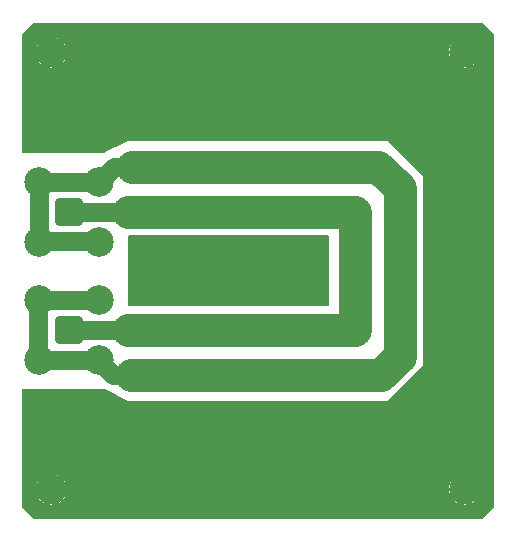
<source format=gbl>
G04 #@! TF.GenerationSoftware,KiCad,Pcbnew,7.0.7*
G04 #@! TF.CreationDate,2023-11-07T16:40:15+01:00*
G04 #@! TF.ProjectId,semkicker01,73656d6b-6963-46b6-9572-30312e6b6963,rev?*
G04 #@! TF.SameCoordinates,Original*
G04 #@! TF.FileFunction,Copper,L2,Bot*
G04 #@! TF.FilePolarity,Positive*
%FSLAX46Y46*%
G04 Gerber Fmt 4.6, Leading zero omitted, Abs format (unit mm)*
G04 Created by KiCad (PCBNEW 7.0.7) date 2023-11-07 16:40:15*
%MOMM*%
%LPD*%
G01*
G04 APERTURE LIST*
G04 Aperture macros list*
%AMRoundRect*
0 Rectangle with rounded corners*
0 $1 Rounding radius*
0 $2 $3 $4 $5 $6 $7 $8 $9 X,Y pos of 4 corners*
0 Add a 4 corners polygon primitive as box body*
4,1,4,$2,$3,$4,$5,$6,$7,$8,$9,$2,$3,0*
0 Add four circle primitives for the rounded corners*
1,1,$1+$1,$2,$3*
1,1,$1+$1,$4,$5*
1,1,$1+$1,$6,$7*
1,1,$1+$1,$8,$9*
0 Add four rect primitives between the rounded corners*
20,1,$1+$1,$2,$3,$4,$5,0*
20,1,$1+$1,$4,$5,$6,$7,0*
20,1,$1+$1,$6,$7,$8,$9,0*
20,1,$1+$1,$8,$9,$2,$3,0*%
G04 Aperture macros list end*
G04 #@! TA.AperFunction,ComponentPad*
%ADD10RoundRect,0.200100X0.949900X-0.949900X0.949900X0.949900X-0.949900X0.949900X-0.949900X-0.949900X0*%
G04 #@! TD*
G04 #@! TA.AperFunction,ComponentPad*
%ADD11C,2.500000*%
G04 #@! TD*
G04 #@! TA.AperFunction,ViaPad*
%ADD12C,0.800000*%
G04 #@! TD*
G04 #@! TA.AperFunction,Conductor*
%ADD13C,1.600000*%
G04 #@! TD*
G04 #@! TA.AperFunction,Conductor*
%ADD14C,2.800000*%
G04 #@! TD*
G04 APERTURE END LIST*
D10*
X134000000Y-85000000D03*
D11*
X131460000Y-87540000D03*
X136540000Y-87540000D03*
X131460000Y-82460000D03*
X136540000Y-82460000D03*
D10*
X133960000Y-95000000D03*
D11*
X131420000Y-97540000D03*
X136500000Y-97540000D03*
X131420000Y-92460000D03*
X136500000Y-92460000D03*
D12*
X162250000Y-91000000D03*
X162250000Y-89000000D03*
X162250000Y-90000000D03*
X162250000Y-92000000D03*
X162250000Y-88000000D03*
X158250000Y-92000000D03*
X158250000Y-91000000D03*
X158250000Y-90000000D03*
X158250000Y-89000000D03*
X158250000Y-88000000D03*
X144000000Y-88000000D03*
X159000000Y-110000000D03*
X143000000Y-106000000D03*
X164000000Y-70000000D03*
X169000000Y-88000000D03*
X151000000Y-102000000D03*
X161000000Y-78000000D03*
X169000000Y-93000000D03*
X157000000Y-70000000D03*
X156000000Y-106000000D03*
X159000000Y-78000000D03*
X165000000Y-95000000D03*
X165000000Y-84000000D03*
X148000000Y-74000000D03*
X152000000Y-88000000D03*
X169000000Y-98000000D03*
X143000000Y-92000000D03*
X149000000Y-78000000D03*
X167000000Y-106000000D03*
X145000000Y-92000000D03*
X131000000Y-104000000D03*
X169000000Y-91000000D03*
X165000000Y-107000000D03*
X145000000Y-74000000D03*
X133000000Y-106000000D03*
X150000000Y-102000000D03*
X159000000Y-106000000D03*
X165000000Y-106000000D03*
X152000000Y-92000000D03*
X168000000Y-106000000D03*
X133000000Y-74000000D03*
X169000000Y-95000000D03*
X156000000Y-74000000D03*
X132000000Y-74000000D03*
X159000000Y-74000000D03*
X146000000Y-106000000D03*
X169000000Y-82000000D03*
X132000000Y-79000000D03*
X165000000Y-94000000D03*
X142000000Y-106000000D03*
X131000000Y-78000000D03*
X165000000Y-103000000D03*
X140000000Y-106000000D03*
X155000000Y-78000000D03*
X165000000Y-82000000D03*
X149000000Y-110000000D03*
X140000000Y-90000000D03*
X165000000Y-81000000D03*
X154000000Y-102000000D03*
X141000000Y-78000000D03*
X169000000Y-81000000D03*
X155000000Y-102000000D03*
X145000000Y-92000000D03*
X165000000Y-89000000D03*
X140000000Y-88000000D03*
X158000000Y-110000000D03*
X147000000Y-88000000D03*
X161000000Y-74000000D03*
X169000000Y-97000000D03*
X137000000Y-106000000D03*
X152000000Y-78000000D03*
X161000000Y-106000000D03*
X136000000Y-101000000D03*
X160000000Y-70000000D03*
X148000000Y-102000000D03*
X143000000Y-110000000D03*
X165000000Y-79000000D03*
X169000000Y-77000000D03*
X146000000Y-102000000D03*
X146000000Y-88000000D03*
X139000000Y-106000000D03*
X169000000Y-83000000D03*
X148000000Y-110000000D03*
X156000000Y-102000000D03*
X162000000Y-101000000D03*
X159000000Y-70000000D03*
X163000000Y-74000000D03*
X144000000Y-102000000D03*
X140000000Y-78000000D03*
X145000000Y-78000000D03*
X157000000Y-106000000D03*
X141000000Y-102000000D03*
X143000000Y-88000000D03*
X148000000Y-92000000D03*
X165000000Y-98000000D03*
X167000000Y-74000000D03*
X147000000Y-78000000D03*
X169000000Y-92000000D03*
X169000000Y-90000000D03*
X150000000Y-106000000D03*
X158000000Y-78000000D03*
X145000000Y-88000000D03*
X144000000Y-74000000D03*
X157000000Y-70000000D03*
X146000000Y-92000000D03*
X135000000Y-79000000D03*
X148000000Y-88000000D03*
X144000000Y-110000000D03*
X152000000Y-102000000D03*
X165000000Y-71000000D03*
X165000000Y-75000000D03*
X158000000Y-70000000D03*
X138000000Y-102000000D03*
X151000000Y-70000000D03*
X135000000Y-70000000D03*
X139000000Y-70000000D03*
X158000000Y-106000000D03*
X165000000Y-102000000D03*
X135000000Y-106000000D03*
X169000000Y-79000000D03*
X154000000Y-74000000D03*
X149000000Y-102000000D03*
X156000000Y-70000000D03*
X165000000Y-76000000D03*
X160000000Y-74000000D03*
X156000000Y-78000000D03*
X149000000Y-74000000D03*
X135000000Y-74000000D03*
X150000000Y-70000000D03*
X169000000Y-76000000D03*
X134000000Y-106000000D03*
X166000000Y-106000000D03*
X131000000Y-77000000D03*
X152000000Y-110000000D03*
X162000000Y-79000000D03*
X160000000Y-110000000D03*
X165000000Y-104000000D03*
X163000000Y-100000000D03*
X140000000Y-102000000D03*
X153000000Y-78000000D03*
X160000000Y-78000000D03*
X141000000Y-92000000D03*
X135000000Y-110000000D03*
X165000000Y-77000000D03*
X165000000Y-83000000D03*
X136000000Y-79000000D03*
X165000000Y-100000000D03*
X165000000Y-91000000D03*
X131000000Y-76000000D03*
X151000000Y-92000000D03*
X135000000Y-73000000D03*
X153000000Y-106000000D03*
X165000000Y-86000000D03*
X154000000Y-70000000D03*
X162000000Y-70000000D03*
X131000000Y-101000000D03*
X137000000Y-79000000D03*
X156000000Y-110000000D03*
X169000000Y-99000000D03*
X164000000Y-106000000D03*
X137000000Y-101000000D03*
X134000000Y-74000000D03*
X138000000Y-78000000D03*
X139000000Y-102000000D03*
X152000000Y-70000000D03*
X142000000Y-110000000D03*
X149000000Y-106000000D03*
X140000000Y-110000000D03*
X149000000Y-88000000D03*
X155000000Y-74000000D03*
X142000000Y-102000000D03*
X169000000Y-101000000D03*
X164000000Y-106000000D03*
X153000000Y-88000000D03*
X147000000Y-110000000D03*
X155000000Y-70000000D03*
X144000000Y-78000000D03*
X142000000Y-74000000D03*
X162000000Y-74000000D03*
X155000000Y-92000000D03*
X137000000Y-102000000D03*
X161000000Y-110000000D03*
X143000000Y-78000000D03*
X169000000Y-94000000D03*
X131000000Y-74000000D03*
X159000000Y-102000000D03*
X165000000Y-70000000D03*
X157000000Y-78000000D03*
X149000000Y-70000000D03*
X142000000Y-88000000D03*
X143000000Y-70000000D03*
X148000000Y-106000000D03*
X140000000Y-89000000D03*
X141000000Y-74000000D03*
X138000000Y-70000000D03*
X168000000Y-74000000D03*
X140000000Y-110000000D03*
X140000000Y-106000000D03*
X165000000Y-105000000D03*
X155000000Y-88000000D03*
X169000000Y-102000000D03*
X137000000Y-78000000D03*
X151000000Y-106000000D03*
X143000000Y-74000000D03*
X160000000Y-106000000D03*
X140000000Y-74000000D03*
X132000000Y-101000000D03*
X137000000Y-70000000D03*
X145000000Y-70000000D03*
X135000000Y-101000000D03*
X141000000Y-110000000D03*
X165000000Y-97000000D03*
X157000000Y-110000000D03*
X148000000Y-70000000D03*
X163000000Y-70000000D03*
X131000000Y-75000000D03*
X136000000Y-110000000D03*
X165000000Y-72000000D03*
X151000000Y-110000000D03*
X157000000Y-74000000D03*
X169000000Y-104000000D03*
X169000000Y-89000000D03*
X161000000Y-102000000D03*
X148000000Y-78000000D03*
X153000000Y-92000000D03*
X150000000Y-110000000D03*
X165000000Y-88000000D03*
X158000000Y-74000000D03*
X131000000Y-79000000D03*
X169000000Y-85000000D03*
X138000000Y-110000000D03*
X151000000Y-78000000D03*
X165000000Y-92000000D03*
X131000000Y-102000000D03*
X154000000Y-106000000D03*
X136000000Y-106000000D03*
X163000000Y-106000000D03*
X141000000Y-70000000D03*
X137000000Y-74000000D03*
X147000000Y-106000000D03*
X149000000Y-92000000D03*
X169000000Y-106000000D03*
X144000000Y-70000000D03*
X132000000Y-106000000D03*
X169000000Y-105000000D03*
X150000000Y-92000000D03*
X158000000Y-102000000D03*
X164000000Y-110000000D03*
X165000000Y-87000000D03*
X144000000Y-106000000D03*
X147000000Y-102000000D03*
X155000000Y-90000000D03*
X138000000Y-74000000D03*
X139000000Y-110000000D03*
X135000000Y-108000000D03*
X160000000Y-102000000D03*
X169000000Y-75000000D03*
X169000000Y-87000000D03*
X161000000Y-70000000D03*
X135000000Y-109000000D03*
X155000000Y-106000000D03*
X150000000Y-74000000D03*
X142000000Y-92000000D03*
X147000000Y-70000000D03*
X150000000Y-78000000D03*
X147000000Y-74000000D03*
X165000000Y-96000000D03*
X155000000Y-110000000D03*
X164000000Y-99000000D03*
X165000000Y-90000000D03*
X146000000Y-74000000D03*
X135000000Y-71000000D03*
X165000000Y-108000000D03*
X133000000Y-79000000D03*
X153000000Y-110000000D03*
X142000000Y-70000000D03*
X145000000Y-106000000D03*
X151000000Y-74000000D03*
X165000000Y-85000000D03*
X146000000Y-106000000D03*
X154000000Y-92000000D03*
X140000000Y-70000000D03*
X145000000Y-102000000D03*
X145000000Y-110000000D03*
X150000000Y-88000000D03*
X141000000Y-88000000D03*
X165000000Y-75000000D03*
X165000000Y-110000000D03*
X140000000Y-91000000D03*
X169000000Y-80000000D03*
X134000000Y-101000000D03*
X163000000Y-80000000D03*
X165000000Y-74000000D03*
X169000000Y-78000000D03*
X165000000Y-101000000D03*
X165000000Y-109000000D03*
X152000000Y-106000000D03*
X141000000Y-106000000D03*
X139000000Y-78000000D03*
X134000000Y-79000000D03*
X155000000Y-89000000D03*
X169000000Y-103000000D03*
X151000000Y-88000000D03*
X154000000Y-78000000D03*
X165000000Y-80000000D03*
X133000000Y-101000000D03*
X163000000Y-110000000D03*
X169000000Y-86000000D03*
X137000000Y-110000000D03*
X164000000Y-74000000D03*
X144000000Y-92000000D03*
X154000000Y-110000000D03*
X138000000Y-106000000D03*
X131000000Y-106000000D03*
X154000000Y-88000000D03*
X153000000Y-102000000D03*
X169000000Y-84000000D03*
X165000000Y-78000000D03*
X155000000Y-91000000D03*
X166000000Y-74000000D03*
X153000000Y-74000000D03*
X143000000Y-102000000D03*
X169000000Y-96000000D03*
X136000000Y-74000000D03*
X135000000Y-72000000D03*
X135000000Y-107000000D03*
X157000000Y-102000000D03*
X162000000Y-110000000D03*
X146000000Y-110000000D03*
X165000000Y-93000000D03*
X139000000Y-74000000D03*
X146000000Y-70000000D03*
X142000000Y-78000000D03*
X152000000Y-74000000D03*
X169000000Y-100000000D03*
X140000000Y-92000000D03*
X153000000Y-70000000D03*
X162000000Y-106000000D03*
X165000000Y-99000000D03*
X164000000Y-81000000D03*
X153000000Y-106000000D03*
X131000000Y-103000000D03*
X150000000Y-106000000D03*
X147000000Y-92000000D03*
X165000000Y-73000000D03*
X136000000Y-70000000D03*
X146000000Y-78000000D03*
X131000000Y-105000000D03*
X169000000Y-74000000D03*
D13*
X131360000Y-97600000D02*
X136440000Y-97600000D01*
D14*
X158200000Y-95000000D02*
X158200000Y-85000000D01*
D13*
X137601000Y-81370000D02*
X136341000Y-82630000D01*
D14*
X160425000Y-98875000D02*
X161975000Y-97325000D01*
X139000000Y-95000000D02*
X158200000Y-95000000D01*
D13*
X131460000Y-87500000D02*
X136540000Y-87500000D01*
X131500000Y-87540000D02*
X131500000Y-82460000D01*
D14*
X139000000Y-85000000D02*
X158200000Y-85000000D01*
D13*
X137800000Y-81200000D02*
X139400000Y-81200000D01*
D14*
X160200000Y-81200000D02*
X162000000Y-83000000D01*
D13*
X136440000Y-97540000D02*
X137700000Y-98800000D01*
X136640000Y-82500000D02*
X131560000Y-82500000D01*
X136540000Y-92500000D02*
X131460000Y-92500000D01*
D14*
X139275000Y-98800000D02*
X160325000Y-98800000D01*
X160100000Y-81200000D02*
X139300000Y-81200000D01*
D13*
X137700000Y-98800000D02*
X139340000Y-98800000D01*
D14*
X162000000Y-83075000D02*
X162000000Y-97325000D01*
D13*
X139000000Y-85000000D02*
X134000000Y-85000000D01*
X139020000Y-95000000D02*
X133980000Y-95000000D01*
X131400000Y-97440000D02*
X131400000Y-92360000D01*
G04 #@! TA.AperFunction,Conductor*
G36*
X155943039Y-87019685D02*
G01*
X155988794Y-87072489D01*
X156000000Y-87124000D01*
X156000000Y-92876000D01*
X155980315Y-92943039D01*
X155927511Y-92988794D01*
X155876000Y-93000000D01*
X139124000Y-93000000D01*
X139056961Y-92980315D01*
X139011206Y-92927511D01*
X139000000Y-92876000D01*
X139000000Y-87124000D01*
X139019685Y-87056961D01*
X139072489Y-87011206D01*
X139124000Y-87000000D01*
X155876000Y-87000000D01*
X155943039Y-87019685D01*
G37*
G04 #@! TD.AperFunction*
G04 #@! TA.AperFunction,Conductor*
G36*
X132714846Y-107219296D02*
G01*
X132736131Y-107223049D01*
X132805744Y-107241701D01*
X132933981Y-107276062D01*
X132954282Y-107283451D01*
X133106020Y-107354208D01*
X133139915Y-107370014D01*
X133158633Y-107380821D01*
X133326418Y-107498305D01*
X133342976Y-107512199D01*
X133487800Y-107657023D01*
X133501694Y-107673581D01*
X133619178Y-107841366D01*
X133629985Y-107860084D01*
X133716545Y-108045710D01*
X133723938Y-108066022D01*
X133776950Y-108263868D01*
X133780703Y-108285154D01*
X133798554Y-108489193D01*
X133798554Y-108510807D01*
X133780703Y-108714845D01*
X133776950Y-108736131D01*
X133723938Y-108933977D01*
X133716545Y-108954289D01*
X133629985Y-109139915D01*
X133619178Y-109158633D01*
X133501694Y-109326418D01*
X133487800Y-109342976D01*
X133342976Y-109487800D01*
X133326418Y-109501694D01*
X133158633Y-109619178D01*
X133139915Y-109629985D01*
X132954289Y-109716545D01*
X132933977Y-109723938D01*
X132736131Y-109776950D01*
X132714845Y-109780703D01*
X132510807Y-109798554D01*
X132489193Y-109798554D01*
X132285154Y-109780703D01*
X132263868Y-109776950D01*
X132066022Y-109723938D01*
X132045710Y-109716545D01*
X131860084Y-109629985D01*
X131841366Y-109619178D01*
X131673581Y-109501694D01*
X131657023Y-109487800D01*
X131512199Y-109342976D01*
X131498305Y-109326418D01*
X131380821Y-109158633D01*
X131370014Y-109139915D01*
X131354208Y-109106020D01*
X131283451Y-108954282D01*
X131276061Y-108933977D01*
X131223049Y-108736131D01*
X131219296Y-108714845D01*
X131201445Y-108510807D01*
X131201445Y-108489193D01*
X131219296Y-108285154D01*
X131223049Y-108263868D01*
X131276063Y-108066014D01*
X131283449Y-108045721D01*
X131370015Y-107860081D01*
X131380821Y-107841366D01*
X131498305Y-107673581D01*
X131512193Y-107657029D01*
X131657029Y-107512193D01*
X131673581Y-107498305D01*
X131841366Y-107380821D01*
X131860081Y-107370015D01*
X132045721Y-107283449D01*
X132066014Y-107276063D01*
X132263868Y-107223048D01*
X132285151Y-107219296D01*
X132489198Y-107201445D01*
X132510802Y-107201445D01*
X132714846Y-107219296D01*
G37*
G04 #@! TD.AperFunction*
G04 #@! TA.AperFunction,Conductor*
G36*
X167714846Y-107219296D02*
G01*
X167736131Y-107223049D01*
X167805744Y-107241701D01*
X167933981Y-107276062D01*
X167954282Y-107283451D01*
X168106020Y-107354208D01*
X168139915Y-107370014D01*
X168158633Y-107380821D01*
X168326418Y-107498305D01*
X168342976Y-107512199D01*
X168487800Y-107657023D01*
X168501694Y-107673581D01*
X168619178Y-107841366D01*
X168629985Y-107860084D01*
X168716545Y-108045710D01*
X168723938Y-108066022D01*
X168776950Y-108263868D01*
X168780703Y-108285154D01*
X168798554Y-108489193D01*
X168798554Y-108510807D01*
X168780703Y-108714845D01*
X168776950Y-108736131D01*
X168723938Y-108933977D01*
X168716545Y-108954289D01*
X168629985Y-109139915D01*
X168619178Y-109158633D01*
X168501694Y-109326418D01*
X168487800Y-109342976D01*
X168342976Y-109487800D01*
X168326418Y-109501694D01*
X168158633Y-109619178D01*
X168139915Y-109629985D01*
X167954289Y-109716545D01*
X167933977Y-109723938D01*
X167736131Y-109776950D01*
X167714845Y-109780703D01*
X167510807Y-109798554D01*
X167489193Y-109798554D01*
X167285154Y-109780703D01*
X167263868Y-109776950D01*
X167066022Y-109723938D01*
X167045710Y-109716545D01*
X166860084Y-109629985D01*
X166841366Y-109619178D01*
X166673581Y-109501694D01*
X166657023Y-109487800D01*
X166512199Y-109342976D01*
X166498305Y-109326418D01*
X166380821Y-109158633D01*
X166370014Y-109139915D01*
X166354208Y-109106020D01*
X166283451Y-108954282D01*
X166276061Y-108933977D01*
X166223049Y-108736131D01*
X166219296Y-108714845D01*
X166201445Y-108510807D01*
X166201445Y-108489193D01*
X166219296Y-108285154D01*
X166223049Y-108263868D01*
X166276063Y-108066014D01*
X166283449Y-108045721D01*
X166370015Y-107860081D01*
X166380821Y-107841366D01*
X166498305Y-107673581D01*
X166512193Y-107657029D01*
X166657029Y-107512193D01*
X166673581Y-107498305D01*
X166841366Y-107380821D01*
X166860081Y-107370015D01*
X167045721Y-107283449D01*
X167066014Y-107276063D01*
X167263868Y-107223048D01*
X167285151Y-107219296D01*
X167489198Y-107201445D01*
X167510802Y-107201445D01*
X167714846Y-107219296D01*
G37*
G04 #@! TD.AperFunction*
G04 #@! TA.AperFunction,Conductor*
G36*
X132714846Y-70219296D02*
G01*
X132736131Y-70223049D01*
X132805744Y-70241701D01*
X132933981Y-70276062D01*
X132954282Y-70283451D01*
X133106020Y-70354208D01*
X133139915Y-70370014D01*
X133158633Y-70380821D01*
X133326418Y-70498305D01*
X133342976Y-70512199D01*
X133487800Y-70657023D01*
X133501694Y-70673581D01*
X133619178Y-70841366D01*
X133629985Y-70860084D01*
X133716545Y-71045710D01*
X133723938Y-71066022D01*
X133776950Y-71263868D01*
X133780703Y-71285154D01*
X133798554Y-71489193D01*
X133798554Y-71510807D01*
X133780703Y-71714845D01*
X133776950Y-71736131D01*
X133723938Y-71933977D01*
X133716545Y-71954289D01*
X133629985Y-72139915D01*
X133619178Y-72158633D01*
X133501694Y-72326418D01*
X133487800Y-72342976D01*
X133342976Y-72487800D01*
X133326418Y-72501694D01*
X133158633Y-72619178D01*
X133139915Y-72629985D01*
X132954289Y-72716545D01*
X132933977Y-72723938D01*
X132736131Y-72776950D01*
X132714845Y-72780703D01*
X132510807Y-72798554D01*
X132489193Y-72798554D01*
X132285154Y-72780703D01*
X132263868Y-72776950D01*
X132066022Y-72723938D01*
X132045710Y-72716545D01*
X131860084Y-72629985D01*
X131841366Y-72619178D01*
X131673581Y-72501694D01*
X131657023Y-72487800D01*
X131512199Y-72342976D01*
X131498305Y-72326418D01*
X131380821Y-72158633D01*
X131370014Y-72139915D01*
X131354208Y-72106020D01*
X131283451Y-71954282D01*
X131276061Y-71933977D01*
X131223049Y-71736131D01*
X131219296Y-71714845D01*
X131201445Y-71510807D01*
X131201445Y-71489193D01*
X131219296Y-71285154D01*
X131223049Y-71263868D01*
X131276063Y-71066014D01*
X131283449Y-71045721D01*
X131370015Y-70860081D01*
X131380821Y-70841366D01*
X131498305Y-70673581D01*
X131512193Y-70657029D01*
X131657029Y-70512193D01*
X131673581Y-70498305D01*
X131841366Y-70380821D01*
X131860081Y-70370015D01*
X132045721Y-70283449D01*
X132066014Y-70276063D01*
X132263868Y-70223048D01*
X132285151Y-70219296D01*
X132489198Y-70201445D01*
X132510802Y-70201445D01*
X132714846Y-70219296D01*
G37*
G04 #@! TD.AperFunction*
G04 #@! TA.AperFunction,Conductor*
G36*
X167714846Y-70219296D02*
G01*
X167736131Y-70223049D01*
X167805744Y-70241701D01*
X167933981Y-70276062D01*
X167954282Y-70283451D01*
X168106020Y-70354208D01*
X168139915Y-70370014D01*
X168158633Y-70380821D01*
X168326418Y-70498305D01*
X168342976Y-70512199D01*
X168487800Y-70657023D01*
X168501694Y-70673581D01*
X168619178Y-70841366D01*
X168629985Y-70860084D01*
X168716545Y-71045710D01*
X168723938Y-71066022D01*
X168776950Y-71263868D01*
X168780703Y-71285154D01*
X168798554Y-71489193D01*
X168798554Y-71510807D01*
X168780703Y-71714845D01*
X168776950Y-71736131D01*
X168723938Y-71933977D01*
X168716545Y-71954289D01*
X168629985Y-72139915D01*
X168619178Y-72158633D01*
X168501694Y-72326418D01*
X168487800Y-72342976D01*
X168342976Y-72487800D01*
X168326418Y-72501694D01*
X168158633Y-72619178D01*
X168139915Y-72629985D01*
X167954289Y-72716545D01*
X167933977Y-72723938D01*
X167736131Y-72776950D01*
X167714845Y-72780703D01*
X167510807Y-72798554D01*
X167489193Y-72798554D01*
X167285154Y-72780703D01*
X167263868Y-72776950D01*
X167066022Y-72723938D01*
X167045710Y-72716545D01*
X166860084Y-72629985D01*
X166841366Y-72619178D01*
X166673581Y-72501694D01*
X166657023Y-72487800D01*
X166512199Y-72342976D01*
X166498305Y-72326418D01*
X166380821Y-72158633D01*
X166370014Y-72139915D01*
X166354208Y-72106020D01*
X166283451Y-71954282D01*
X166276061Y-71933977D01*
X166223049Y-71736131D01*
X166219296Y-71714845D01*
X166201445Y-71510807D01*
X166201445Y-71489193D01*
X166219296Y-71285154D01*
X166223049Y-71263868D01*
X166276063Y-71066014D01*
X166283449Y-71045721D01*
X166370015Y-70860081D01*
X166380821Y-70841366D01*
X166498305Y-70673581D01*
X166512193Y-70657029D01*
X166657029Y-70512193D01*
X166673581Y-70498305D01*
X166841366Y-70380821D01*
X166860081Y-70370015D01*
X167045721Y-70283449D01*
X167066014Y-70276063D01*
X167263868Y-70223048D01*
X167285151Y-70219296D01*
X167489198Y-70201445D01*
X167510802Y-70201445D01*
X167714846Y-70219296D01*
G37*
G04 #@! TD.AperFunction*
G04 #@! TA.AperFunction,Conductor*
G36*
X169015469Y-69020185D02*
G01*
X169036111Y-69036819D01*
X169963181Y-69963888D01*
X169996666Y-70025211D01*
X169999500Y-70051569D01*
X169999500Y-109948430D01*
X169979815Y-110015469D01*
X169963181Y-110036111D01*
X169036111Y-110963181D01*
X168974788Y-110996666D01*
X168948430Y-110999500D01*
X131051569Y-110999500D01*
X130984530Y-110979815D01*
X130963888Y-110963181D01*
X130036819Y-110036111D01*
X130003334Y-109974788D01*
X130000500Y-109948430D01*
X130000500Y-108500001D01*
X131194532Y-108500001D01*
X131214364Y-108726686D01*
X131214366Y-108726697D01*
X131273258Y-108946488D01*
X131273261Y-108946497D01*
X131369431Y-109152732D01*
X131369432Y-109152734D01*
X131499954Y-109339141D01*
X131660858Y-109500045D01*
X131660861Y-109500047D01*
X131847266Y-109630568D01*
X132053504Y-109726739D01*
X132273308Y-109785635D01*
X132420973Y-109798554D01*
X132499998Y-109805468D01*
X132500000Y-109805468D01*
X132500002Y-109805468D01*
X132579027Y-109798554D01*
X132726692Y-109785635D01*
X132946496Y-109726739D01*
X133152734Y-109630568D01*
X133339139Y-109500047D01*
X133500047Y-109339139D01*
X133630568Y-109152734D01*
X133726739Y-108946496D01*
X133785635Y-108726692D01*
X133805468Y-108500001D01*
X166194532Y-108500001D01*
X166214364Y-108726686D01*
X166214366Y-108726697D01*
X166273258Y-108946488D01*
X166273261Y-108946497D01*
X166369431Y-109152732D01*
X166369432Y-109152734D01*
X166499954Y-109339141D01*
X166660858Y-109500045D01*
X166660861Y-109500047D01*
X166847266Y-109630568D01*
X167053504Y-109726739D01*
X167273308Y-109785635D01*
X167420973Y-109798554D01*
X167499998Y-109805468D01*
X167500000Y-109805468D01*
X167500002Y-109805468D01*
X167579027Y-109798554D01*
X167726692Y-109785635D01*
X167946496Y-109726739D01*
X168152734Y-109630568D01*
X168339139Y-109500047D01*
X168500047Y-109339139D01*
X168630568Y-109152734D01*
X168726739Y-108946496D01*
X168785635Y-108726692D01*
X168805468Y-108500000D01*
X168785635Y-108273308D01*
X168726739Y-108053504D01*
X168630568Y-107847266D01*
X168500047Y-107660861D01*
X168500045Y-107660858D01*
X168339141Y-107499954D01*
X168152734Y-107369432D01*
X168152732Y-107369431D01*
X167946497Y-107273261D01*
X167946488Y-107273258D01*
X167726697Y-107214366D01*
X167726693Y-107214365D01*
X167726692Y-107214365D01*
X167726691Y-107214364D01*
X167726686Y-107214364D01*
X167500002Y-107194532D01*
X167499998Y-107194532D01*
X167273313Y-107214364D01*
X167273302Y-107214366D01*
X167053511Y-107273258D01*
X167053502Y-107273261D01*
X166847267Y-107369431D01*
X166847265Y-107369432D01*
X166660858Y-107499954D01*
X166499954Y-107660858D01*
X166369432Y-107847265D01*
X166369431Y-107847267D01*
X166273261Y-108053502D01*
X166273258Y-108053511D01*
X166214366Y-108273302D01*
X166214364Y-108273313D01*
X166194532Y-108499998D01*
X166194532Y-108500001D01*
X133805468Y-108500001D01*
X133805468Y-108500000D01*
X133785635Y-108273308D01*
X133726739Y-108053504D01*
X133630568Y-107847266D01*
X133500047Y-107660861D01*
X133500045Y-107660858D01*
X133339141Y-107499954D01*
X133152734Y-107369432D01*
X133152732Y-107369431D01*
X132946497Y-107273261D01*
X132946488Y-107273258D01*
X132726697Y-107214366D01*
X132726693Y-107214365D01*
X132726692Y-107214365D01*
X132726691Y-107214364D01*
X132726686Y-107214364D01*
X132500002Y-107194532D01*
X132499998Y-107194532D01*
X132273313Y-107214364D01*
X132273302Y-107214366D01*
X132053511Y-107273258D01*
X132053502Y-107273261D01*
X131847267Y-107369431D01*
X131847265Y-107369432D01*
X131660858Y-107499954D01*
X131499954Y-107660858D01*
X131369432Y-107847265D01*
X131369431Y-107847267D01*
X131273261Y-108053502D01*
X131273258Y-108053511D01*
X131214366Y-108273302D01*
X131214364Y-108273313D01*
X131194532Y-108499998D01*
X131194532Y-108500001D01*
X130000500Y-108500001D01*
X130000500Y-100124000D01*
X130020185Y-100056961D01*
X130072989Y-100011206D01*
X130124500Y-100000000D01*
X136970728Y-100000000D01*
X137026181Y-100013090D01*
X139000000Y-101000000D01*
X161000000Y-101000000D01*
X163142687Y-98857312D01*
X163146815Y-98853545D01*
X163328184Y-98702611D01*
X163514612Y-98494545D01*
X163525621Y-98477904D01*
X163541345Y-98458654D01*
X164000000Y-98000000D01*
X164000000Y-93000000D01*
X164000000Y-87000000D01*
X164000000Y-82000000D01*
X161000000Y-79000000D01*
X139000000Y-79000000D01*
X137026181Y-79986909D01*
X136970728Y-80000000D01*
X130124500Y-80000000D01*
X130057461Y-79980315D01*
X130011706Y-79927511D01*
X130000500Y-79876000D01*
X130000500Y-79000000D01*
X130000500Y-71500001D01*
X131194532Y-71500001D01*
X131214364Y-71726686D01*
X131214366Y-71726697D01*
X131273258Y-71946488D01*
X131273261Y-71946497D01*
X131369431Y-72152732D01*
X131369432Y-72152734D01*
X131499954Y-72339141D01*
X131660858Y-72500045D01*
X131660861Y-72500047D01*
X131847266Y-72630568D01*
X132053504Y-72726739D01*
X132273308Y-72785635D01*
X132420973Y-72798554D01*
X132499998Y-72805468D01*
X132500000Y-72805468D01*
X132500002Y-72805468D01*
X132579027Y-72798554D01*
X132726692Y-72785635D01*
X132946496Y-72726739D01*
X133152734Y-72630568D01*
X133339139Y-72500047D01*
X133500047Y-72339139D01*
X133630568Y-72152734D01*
X133726739Y-71946496D01*
X133785635Y-71726692D01*
X133805468Y-71500001D01*
X166194532Y-71500001D01*
X166214364Y-71726686D01*
X166214366Y-71726697D01*
X166273258Y-71946488D01*
X166273261Y-71946497D01*
X166369431Y-72152732D01*
X166369432Y-72152734D01*
X166499954Y-72339141D01*
X166660858Y-72500045D01*
X166660861Y-72500047D01*
X166847266Y-72630568D01*
X167053504Y-72726739D01*
X167273308Y-72785635D01*
X167420973Y-72798554D01*
X167499998Y-72805468D01*
X167500000Y-72805468D01*
X167500002Y-72805468D01*
X167579027Y-72798554D01*
X167726692Y-72785635D01*
X167946496Y-72726739D01*
X168152734Y-72630568D01*
X168339139Y-72500047D01*
X168500047Y-72339139D01*
X168630568Y-72152734D01*
X168726739Y-71946496D01*
X168785635Y-71726692D01*
X168805468Y-71500000D01*
X168785635Y-71273308D01*
X168726739Y-71053504D01*
X168630568Y-70847266D01*
X168500047Y-70660861D01*
X168500045Y-70660858D01*
X168339141Y-70499954D01*
X168152734Y-70369432D01*
X168152732Y-70369431D01*
X167946497Y-70273261D01*
X167946488Y-70273258D01*
X167726697Y-70214366D01*
X167726693Y-70214365D01*
X167726692Y-70214365D01*
X167726691Y-70214364D01*
X167726686Y-70214364D01*
X167500002Y-70194532D01*
X167499998Y-70194532D01*
X167273313Y-70214364D01*
X167273302Y-70214366D01*
X167053511Y-70273258D01*
X167053502Y-70273261D01*
X166847267Y-70369431D01*
X166847265Y-70369432D01*
X166660858Y-70499954D01*
X166499954Y-70660858D01*
X166369432Y-70847265D01*
X166369431Y-70847267D01*
X166273261Y-71053502D01*
X166273258Y-71053511D01*
X166214366Y-71273302D01*
X166214364Y-71273313D01*
X166194532Y-71499998D01*
X166194532Y-71500001D01*
X133805468Y-71500001D01*
X133805468Y-71500000D01*
X133785635Y-71273308D01*
X133726739Y-71053504D01*
X133630568Y-70847266D01*
X133500047Y-70660861D01*
X133500045Y-70660858D01*
X133339141Y-70499954D01*
X133152734Y-70369432D01*
X133152732Y-70369431D01*
X132946497Y-70273261D01*
X132946488Y-70273258D01*
X132726697Y-70214366D01*
X132726693Y-70214365D01*
X132726692Y-70214365D01*
X132726691Y-70214364D01*
X132726686Y-70214364D01*
X132500002Y-70194532D01*
X132499998Y-70194532D01*
X132273313Y-70214364D01*
X132273302Y-70214366D01*
X132053511Y-70273258D01*
X132053502Y-70273261D01*
X131847267Y-70369431D01*
X131847265Y-70369432D01*
X131660858Y-70499954D01*
X131499954Y-70660858D01*
X131369432Y-70847265D01*
X131369431Y-70847267D01*
X131273261Y-71053502D01*
X131273258Y-71053511D01*
X131214366Y-71273302D01*
X131214364Y-71273313D01*
X131194532Y-71499998D01*
X131194532Y-71500001D01*
X130000500Y-71500001D01*
X130000500Y-70051565D01*
X130020184Y-69984530D01*
X130036813Y-69963893D01*
X130963888Y-69036819D01*
X131025211Y-69003334D01*
X131051569Y-69000500D01*
X168948430Y-69000500D01*
X169015469Y-69020185D01*
G37*
G04 #@! TD.AperFunction*
M02*

</source>
